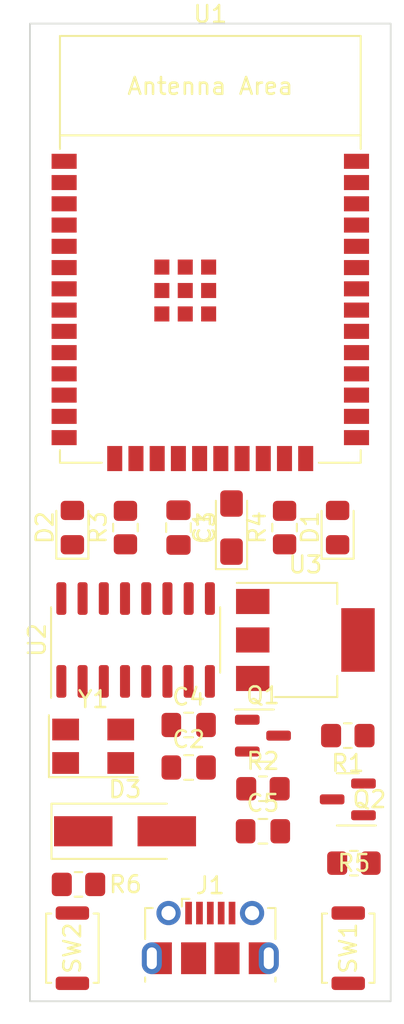
<source format=kicad_pcb>
(kicad_pcb (version 20211014) (generator pcbnew)
  (layers (0 "F.Cu" signal) (31 "B.Cu" signal) (34 "B.Paste" user) (35 "F.Paste" user) (36 "B.SilkS" user "B.Silkscreen") (37 "F.SilkS" user "F.Silkscreen") (38 "B.Mask" user) (39 "F.Mask" user) (44 "Edge.Cuts" user))
  (net 0 "")
  (net 1 "VBUS")
  (net 3 "Net-(J1-Pad2)")
  (net 4 "Net-(J1-Pad3)")
  (net 5 "GND")
  (net 6 "Net-(D3-Pad1)")
  (net 26 "GPIO2")
  (net 27 "/RX0")
  (net 36 "/TX0")
  (net 37 "Net-(C3-Pad1)")
  (net 45 "Net-(Q1-Pad1)")
  (net 46 "/RTS")
  (net 47 "EN")
  (net 48 "Net-(Q2-Pad1)")
  (net 49 "/DTR")
  (net 50 "GPIO0")
  (net 51 "+3.3V")
  (net 52 "Net-(C2-Pad1)")
  (net 53 "Net-(C4-Pad1)")
  (net 55 "Net-(D2-Pad2)")
  (net 56 "Net-(D1-Pad1)")
  (net 57 "3.3V")
  (footprint "Resistor_SMD:R_0805_2012Metric_Pad1.20x1.40mm_HandSolder" (layer "F.Cu") (at 159.36 157.48)
    (fp_text reference "R2" (at 0 -1.65) (layer "F.SilkS"))
    (fp_text value "10k")
    (fp_line (start -0.227064 -0.735) (end 0.227064 -0.735) (layer "F.SilkS") (width 0.12))
    (fp_line (start -0.227064 0.735) (end 0.227064 0.735) (layer "F.SilkS") (width 0.12))
    (pad "1" smd roundrect (at -1 0) (size 1.2 1.4) (layers "F.Cu" "F.Paste" "F.Mask") (roundrect_rratio 0.208333) (net 46 "/RTS"))
    (pad "2" smd roundrect (at 1 0) (size 1.2 1.4) (layers "F.Cu" "F.Paste" "F.Mask") (roundrect_rratio 0.208333) (net 48 "Net-(Q2-Pad1)"))
  )
  (footprint "Espressif:ESP32-WROOM-32E" (layer "F.Cu") (at 156.21 127)
    (fp_text reference "U1" (at 0 -15.8) (layer "F.SilkS"))
    (fp_text value "ESP32-WROOM-E")
    (fp_text user "Antenna Area" (at 0 -11.5) (layer "F.SilkS"))
    (fp_line (start -9 11) (end -8.25 11) (layer "F.SilkS") (width 0.12))
    (fp_line (start 9 11) (end 8.25 11) (layer "F.SilkS") (width 0.12))
    (fp_line (start 9 10.25) (end 9 11) (layer "F.SilkS") (width 0.12))
    (fp_line (start -9 -14.5) (end 9 -14.5) (layer "F.SilkS") (width 0.12))
    (fp_line (start 9 -8.56) (end -9 -8.56) (layer "F.SilkS") (width 0.12))
    (fp_line (start -9 10.25) (end -9 11) (layer "F.SilkS") (width 0.12))
    (fp_line (start -8.25 11) (end -6.5 11) (layer "F.SilkS") (width 0.12))
    (fp_line (start 8.25 11) (end 6.5 11) (layer "F.SilkS") (width 0.12))
    (fp_line (start 9 -14.5) (end 9 -7.75) (layer "F.SilkS") (width 0.12))
    (fp_line (start -9 -14.5) (end -9 -7.75) (layer "F.SilkS") (width 0.12))
    (pad "1" smd rect (at -8.75 -7.01) (size 1.5 0.9) (layers "F.Cu" "F.Paste" "F.Mask") (net 5 "GND"))
    (pad "2" smd rect (at -8.75 -5.74) (size 1.5 0.9) (layers "F.Cu" "F.Paste" "F.Mask") (net 51 "+3.3V"))
    (pad "3" smd rect (at -8.75 -4.47) (size 1.5 0.9) (layers "F.Cu" "F.Paste" "F.Mask") (net 47 "EN"))
    (pad "4" smd rect (at -8.75 -3.2) (size 1.5 0.9) (layers "F.Cu" "F.Paste" "F.Mask"))
    (pad "5" smd rect (at -8.75 -1.93) (size 1.5 0.9) (layers "F.Cu" "F.Paste" "F.Mask"))
    (pad "6" smd rect (at -8.75 -0.66) (size 1.5 0.9) (layers "F.Cu" "F.Paste" "F.Mask"))
    (pad "7" smd rect (at -8.75 0.61) (size 1.5 0.9) (layers "F.Cu" "F.Paste" "F.Mask"))
    (pad "8" smd rect (at -8.75 1.88) (size 1.5 0.9) (layers "F.Cu" "F.Paste" "F.Mask"))
    (pad "9" smd rect (at -8.75 3.15) (size 1.5 0.9) (layers "F.Cu" "F.Paste" "F.Mask"))
    (pad "10" smd rect (at -8.75 4.42) (size 1.5 0.9) (layers "F.Cu" "F.Paste" "F.Mask"))
    (pad "11" smd rect (at -8.75 5.69) (size 1.5 0.9) (layers "F.Cu" "F.Paste" "F.Mask"))
    (pad "12" smd rect (at -8.75 6.96) (size 1.5 0.9) (layers "F.Cu" "F.Paste" "F.Mask"))
    (pad "13" smd rect (at -8.75 8.23) (size 1.5 0.9) (layers "F.Cu" "F.Paste" "F.Mask"))
    (pad "14" smd rect (at -8.75 9.5) (size 1.5 0.9) (layers "F.Cu" "F.Paste" "F.Mask"))
    (pad "15" smd rect (at -5.72 10.75 90) (size 1.5 0.9) (layers "F.Cu" "F.Paste" "F.Mask") (net 5 "GND"))
    (pad "16" smd rect (at -4.45 10.75 90) (size 1.5 0.9) (layers "F.Cu" "F.Paste" "F.Mask"))
    (pad "17" smd rect (at -3.18 10.75 90) (size 1.5 0.9) (layers "F.Cu" "F.Paste" "F.Mask"))
    (pad "18" smd rect (at -1.91 10.75 90) (size 1.5 0.9) (layers "F.Cu" "F.Paste" "F.Mask"))
    (pad "19" smd rect (at -0.64 10.75 90) (size 1.5 0.9) (layers "F.Cu" "F.Paste" "F.Mask"))
    (pad "20" smd rect (at 0.63 10.75 90) (size 1.5 0.9) (layers "F.Cu" "F.Paste" "F.Mask"))
    (pad "21" smd rect (at 1.9 10.75 90) (size 1.5 0.9) (layers "F.Cu" "F.Paste" "F.Mask"))
    (pad "22" smd rect (at 3.17 10.75 90) (size 1.5 0.9) (layers "F.Cu" "F.Paste" "F.Mask"))
    (pad "23" smd rect (at 4.44 10.75 90) (size 1.5 0.9) (layers "F.Cu" "F.Paste" "F.Mask"))
    (pad "24" smd rect (at 5.71 10.75 90) (size 1.5 0.9) (layers "F.Cu" "F.Paste" "F.Mask") (net 26 "GPIO2"))
    (pad "25" smd rect (at 8.75 9.5 180) (size 1.5 0.9) (layers "F.Cu" "F.Paste" "F.Mask") (net 50 "GPIO0"))
    (pad "26" smd rect (at 8.75 8.23 180) (size 1.5 0.9) (layers "F.Cu" "F.Paste" "F.Mask"))
    (pad "27" smd rect (at 8.75 6.96 180) (size 1.5 0.9) (layers "F.Cu" "F.Paste" "F.Mask"))
    (pad "28" smd rect (at 8.75 5.69 180) (size 1.5 0.9) (layers "F.Cu" "F.Paste" "F.Mask"))
    (pad "29" smd rect (at 8.75 4.42 180) (size 1.5 0.9) (layers "F.Cu" "F.Paste" "F.Mask"))
    (pad "30" smd rect (at 8.75 3.15 180) (size 1.5 0.9) (layers "F.Cu" "F.Paste" "F.Mask"))
    (pad "31" smd rect (at 8.75 1.88 180) (size 1.5 0.9) (layers "F.Cu" "F.Paste" "F.Mask"))
    (pad "32" smd rect (at 8.75 0.61 180) (size 1.5 0.9) (layers "F.Cu" "F.Paste" "F.Mask"))
    (pad "33" smd rect (at 8.75 -0.66 180) (size 1.5 0.9) (layers "F.Cu" "F.Paste" "F.Mask"))
    (pad "34" smd rect (at 8.75 -1.93 180) (size 1.5 0.9) (layers "F.Cu" "F.Paste" "F.Mask") (net 27 "/RX0"))
    (pad "35" smd rect (at 8.75 -3.2 180) (size 1.5 0.9) (layers "F.Cu" "F.Paste" "F.Mask") (net 36 "/TX0"))
    (pad "36" smd rect (at 8.75 -4.47 180) (size 1.5 0.9) (layers "F.Cu" "F.Paste" "F.Mask"))
    (pad "37" smd rect (at 8.75 -5.74 180) (size 1.5 0.9) (layers "F.Cu" "F.Paste" "F.Mask"))
    (pad "38" smd rect (at 8.75 -7.01 180) (size 1.5 0.9) (layers "F.Cu" "F.Paste" "F.Mask") (net 5 "GND"))
    (pad "39" smd rect (at -2.9 -0.69 180) (size 0.9 0.9) (layers "F.Cu" "F.Paste" "F.Mask"))
    (pad "39" smd rect (at -2.9 2.11 180) (size 0.9 0.9) (layers "F.Cu" "F.Paste" "F.Mask"))
    (pad "39" smd rect (at -1.5 0.71 180) (size 0.9 0.9) (layers "F.Cu" "F.Paste" "F.Mask"))
    (pad "39" smd rect (at -0.1 0.71 180) (size 0.9 0.9) (layers "F.Cu" "F.Paste" "F.Mask"))
    (pad "39" smd rect (at -2.9 0.71 180) (size 0.9 0.9) (layers "F.Cu" "F.Paste" "F.Mask"))
    (pad "39" smd rect (at -1.5 2.11 180) (size 0.9 0.9) (layers "F.Cu" "F.Paste" "F.Mask"))
    (pad "39" smd rect (at -0.1 -0.69 180) (size 0.9 0.9) (layers "F.Cu" "F.Paste" "F.Mask"))
    (pad "39" smd rect (at -0.1 2.11 180) (size 0.9 0.9) (layers "F.Cu" "F.Paste" "F.Mask"))
    (pad "39" smd rect (at -1.5 -0.69 180) (size 0.9 0.9) (layers "F.Cu" "F.Paste" "F.Mask"))
  )
  (footprint "LED_SMD:LED_0805_2012Metric_Pad1.15x1.40mm_HandSolder" (layer "F.Cu") (at 163.83 141.875 90)
    (fp_text reference "D1" (at 0 -1.65 90) (layer "F.SilkS"))
    (fp_text value "BLUE LED")
    (fp_line (start 1 -0.96) (end -1.86 -0.96) (layer "F.SilkS") (width 0.12))
    (fp_line (start -1.86 0.96) (end 1 0.96) (layer "F.SilkS") (width 0.12))
    (fp_line (start -1.86 -0.96) (end -1.86 0.96) (layer "F.SilkS") (width 0.12))
    (pad "1" smd roundrect (at -1.025 0 90) (size 1.15 1.4) (layers "F.Cu" "F.Paste" "F.Mask") (roundrect_rratio 0.217391) (net 56 "Net-(D1-Pad1)"))
    (pad "2" smd roundrect (at 1.025 0 90) (size 1.15 1.4) (layers "F.Cu" "F.Paste" "F.Mask") (roundrect_rratio 0.217391) (net 26 "GPIO2"))
  )
  (footprint "Crystal:Crystal_SMD_5032-4Pin_5.0x3.2mm" (layer "F.Cu") (at 149.2 154.94)
    (fp_text reference "Y1" (at 0 -2.8) (layer "F.SilkS"))
    (fp_text value "Crystal_GND24")
    (fp_line (start -2.65 1.85) (end 2.65 1.85) (layer "F.SilkS") (width 0.12))
    (fp_line (start -2.65 -1.85) (end -2.65 1.85) (layer "F.SilkS") (width 0.12))
    (pad "1" smd rect (at -1.65 1) (size 1.6 1.3) (layers "F.Cu" "F.Paste" "F.Mask") (net 52 "Net-(C2-Pad1)"))
    (pad "2" smd rect (at 1.65 1) (size 1.6 1.3) (layers "F.Cu" "F.Paste" "F.Mask") (net 5 "GND"))
    (pad "3" smd rect (at 1.65 -1) (size 1.6 1.3) (layers "F.Cu" "F.Paste" "F.Mask") (net 53 "Net-(C4-Pad1)"))
    (pad "4" smd rect (at -1.65 -1) (size 1.6 1.3) (layers "F.Cu" "F.Paste" "F.Mask") (net 5 "GND"))
  )
  (footprint "Button_Switch_SMD:SW_Push_SPST_NO_Alps_SKRK" (layer "F.Cu") (at 147.955 167.005 90)
    (fp_text reference "SW2" (at 0 0 90) (layer "F.SilkS"))
    (fp_text value "FLASH")
    (fp_line (start -2.07 -1.27) (end -2.07 -1.57) (layer "F.SilkS") (width 0.12))
    (fp_line (start 2.07 1.27) (end 2.07 1.57) (layer "F.SilkS") (width 0.12))
    (fp_line (start 2.07 1.57) (end -2.07 1.57) (layer "F.SilkS") (width 0.12))
    (fp_line (start -2.07 -1.57) (end 2.07 -1.57) (layer "F.SilkS") (width 0.12))
    (fp_line (start 2.07 -1.57) (end 2.07 -1.27) (layer "F.SilkS") (width 0.12))
    (fp_line (start -2.07 1.57) (end -2.07 1.27) (layer "F.SilkS") (width 0.12))
    (pad "1" smd roundrect (at -2.1 0 90) (size 0.8 2) (layers "F.Cu" "F.Paste" "F.Mask") (net 5 "GND"))
    (pad "2" smd roundrect (at 2.1 0 90) (size 0.8 2) (layers "F.Cu" "F.Paste" "F.Mask") (net 50 "GPIO0"))
  )
  (footprint "LED_SMD:LED_0805_2012Metric_Pad1.15x1.40mm_HandSolder" (layer "F.Cu") (at 147.955 141.875 90)
    (fp_text reference "D2" (at 0 -1.65 90) (layer "F.SilkS"))
    (fp_text value "RED LED")
    (fp_line (start -1.86 -0.96) (end -1.86 0.96) (layer "F.SilkS") (width 0.12))
    (fp_line (start 1 -0.96) (end -1.86 -0.96) (layer "F.SilkS") (width 0.12))
    (fp_line (start -1.86 0.96) (end 1 0.96) (layer "F.SilkS") (width 0.12))
    (pad "1" smd roundrect (at -1.025 0 90) (size 1.15 1.4) (layers "F.Cu" "F.Paste" "F.Mask") (roundrect_rratio 0.217391) (net 5 "GND"))
    (pad "2" smd roundrect (at 1.025 0 90) (size 1.15 1.4) (layers "F.Cu" "F.Paste" "F.Mask") (roundrect_rratio 0.217391) (net 55 "Net-(D2-Pad2)"))
  )
  (footprint "Connector_USB:USB_Micro-B_Molex-105017-0001" (layer "F.Cu") (at 156.21 166.37)
    (fp_text reference "J1" (at 0 -3.1125) (layer "F.SilkS"))
    (fp_text value "USB_B_Micro")
    (fp_line (start -1.7 -2.3125) (end -1.7 -1.8625) (layer "F.SilkS") (width 0.12))
    (fp_line (start -3.9 0.0875) (end -3.9 -1.7625) (layer "F.SilkS") (width 0.12))
    (fp_line (start -3.9 -1.7625) (end -3.45 -1.7625) (layer "F.SilkS") (width 0.12))
    (fp_line (start 3.9 2.6375) (end 3.9 2.3875) (layer "F.SilkS") (width 0.12))
    (fp_line (start -1.7 -2.3125) (end -1.25 -2.3125) (layer "F.SilkS") (width 0.12))
    (fp_line (start -3.9 2.6375) (end -3.9 2.3875) (layer "F.SilkS") (width 0.12))
    (fp_line (start 3.9 -1.7625) (end 3.45 -1.7625) (layer "F.SilkS") (width 0.12))
    (fp_line (start 3.9 0.0875) (end 3.9 -1.7625) (layer "F.SilkS") (width 0.12))
    (pad "1" smd rect (at -1.3 -1.4625) (size 0.4 1.35) (layers "F.Cu" "F.Paste" "F.Mask") (net 1 "VBUS"))
    (pad "2" smd rect (at -0.65 -1.4625) (size 0.4 1.35) (layers "F.Cu" "F.Paste" "F.Mask") (net 3 "Net-(J1-Pad2)"))
    (pad "3" smd rect (at 0 -1.4625) (size 0.4 1.35) (layers "F.Cu" "F.Paste" "F.Mask") (net 4 "Net-(J1-Pad3)"))
    (pad "4" smd rect (at 0.65 -1.4625) (size 0.4 1.35) (layers "F.Cu" "F.Paste" "F.Mask"))
    (pad "5" smd rect (at 1.3 -1.4625) (size 0.4 1.35) (layers "F.Cu" "F.Paste" "F.Mask") (net 5 "GND"))
    (pad "6" smd rect (at -1 1.2375) (size 1.5 1.9) (layers "F.Cu" "F.Paste" "F.Mask"))
    (pad "6" thru_hole circle (at 2.5 -1.4625) (size 1.45 1.45) (drill 0.85) (layers *.Cu *.Mask))
    (pad "6" thru_hole circle (at -2.5 -1.4625) (size 1.45 1.45) (drill 0.85) (layers *.Cu *.Mask))
    (pad "6" thru_hole oval (at 3.5 1.2375) (size 1.2 1.9) (drill oval 0.6 1.3) (layers *.Cu *.Mask))
    (pad "6" thru_hole oval (at -3.5 1.2375 180) (size 1.2 1.9) (drill oval 0.6 1.3) (layers *.Cu *.Mask))
    (pad "6" smd rect (at -2.9 1.2375) (size 1.2 1.9) (layers "F.Cu" "F.Mask"))
    (pad "6" smd rect (at 1 1.2375) (size 1.5 1.9) (layers "F.Cu" "F.Paste" "F.Mask"))
    (pad "6" smd rect (at 2.9 1.2375) (size 1.2 1.9) (layers "F.Cu" "F.Mask"))
  )
  (footprint "Resistor_SMD:R_0805_2012Metric_Pad1.20x1.40mm_HandSolder" (layer "F.Cu") (at 160.655 141.875 90)
    (fp_text reference "R4" (at 0 -1.65 90) (layer "F.SilkS"))
    (fp_text value "1K")
    (fp_line (start -0.227064 -0.735) (end 0.227064 -0.735) (layer "F.SilkS") (width 0.12))
    (fp_line (start -0.227064 0.735) (end 0.227064 0.735) (layer "F.SilkS") (width 0.12))
    (pad "1" smd roundrect (at -1 0 90) (size 1.2 1.4) (layers "F.Cu" "F.Paste" "F.Mask") (roundrect_rratio 0.208333) (net 56 "Net-(D1-Pad1)"))
    (pad "2" smd roundrect (at 1 0 90) (size 1.2 1.4) (layers "F.Cu" "F.Paste" "F.Mask") (roundrect_rratio 0.208333) (net 5 "GND"))
  )
  (footprint "Resistor_SMD:R_0805_2012Metric_Pad1.20x1.40mm_HandSolder" (layer "F.Cu") (at 148.32 163.195 180)
    (fp_text reference "R6" (at -2.81 0) (layer "F.SilkS"))
    (fp_text value "10k")
    (fp_line (start -0.227064 0.735) (end 0.227064 0.735) (layer "F.SilkS") (width 0.12))
    (fp_line (start -0.227064 -0.735) (end 0.227064 -0.735) (layer "F.SilkS") (width 0.12))
    (pad "1" smd roundrect (at -1 0 180) (size 1.2 1.4) (layers "F.Cu" "F.Paste" "F.Mask") (roundrect_rratio 0.208333) (net 50 "GPIO0"))
    (pad "2" smd roundrect (at 1 0 180) (size 1.2 1.4) (layers "F.Cu" "F.Paste" "F.Mask") (roundrect_rratio 0.208333) (net 57 "3.3V"))
  )
  (footprint "Package_SO:SOIC-16_3.9x9.9mm_P1.27mm" (layer "F.Cu") (at 151.74 148.59 90)
    (fp_text reference "U2" (at 0 -5.9 90) (layer "F.SilkS"))
    (fp_text value "CH340G")
    (fp_line (start 0 5.06) (end -1.95 5.06) (layer "F.SilkS") (width 0.12))
    (fp_line (start 0 -5.06) (end 1.95 -5.06) (layer "F.SilkS") (width 0.12))
    (fp_line (start 0 -5.06) (end -3.45 -5.06) (layer "F.SilkS") (width 0.12))
    (fp_line (start 0 5.06) (end 1.95 5.06) (layer "F.SilkS") (width 0.12))
    (pad "1" smd roundrect (at -2.475 -4.445 90) (size 1.95 0.6) (layers "F.Cu" "F.Paste" "F.Mask") (net 5 "GND"))
    (pad "2" smd roundrect (at -2.475 -3.175 90) (size 1.95 0.6) (layers "F.Cu" "F.Paste" "F.Mask") (net 36 "/TX0"))
    (pad "3" smd roundrect (at -2.475 -1.905 90) (size 1.95 0.6) (layers "F.Cu" "F.Paste" "F.Mask") (net 27 "/RX0"))
    (pad "4" smd roundrect (at -2.475 -0.635 90) (size 1.95 0.6) (layers "F.Cu" "F.Paste" "F.Mask") (net 37 "Net-(C3-Pad1)"))
    (pad "5" smd roundrect (at -2.475 0.635 90) (size 1.95 0.6) (layers "F.Cu" "F.Paste" "F.Mask") (net 4 "Net-(J1-Pad3)"))
    (pad "6" smd roundrect (at -2.475 1.905 90) (size 1.95 0.6) (layers "F.Cu" "F.Paste" "F.Mask") (net 3 "Net-(J1-Pad2)"))
    (pad "7" smd roundrect (at -2.475 3.175 90) (size 1.95 0.6) (layers "F.Cu" "F.Paste" "F.Mask") (net 52 "Net-(C2-Pad1)"))
    (pad "8" smd roundrect (at -2.475 4.445 90) (size 1.95 0.6) (layers "F.Cu" "F.Paste" "F.Mask") (net 53 "Net-(C4-Pad1)"))
    (pad "9" smd roundrect (at 2.475 4.445 90) (size 1.95 0.6) (layers "F.Cu" "F.Paste" "F.Mask"))
    (pad "10" smd roundrect (at 2.475 3.175 90) (size 1.95 0.6) (layers "F.Cu" "F.Paste" "F.Mask"))
    (pad "11" smd roundrect (at 2.475 1.905 90) (size 1.95 0.6) (layers "F.Cu" "F.Paste" "F.Mask"))
    (pad "12" smd roundrect (at 2.475 0.635 90) (size 1.95 0.6) (layers "F.Cu" "F.Paste" "F.Mask"))
    (pad "13" smd roundrect (at 2.475 -0.635 90) (size 1.95 0.6) (layers "F.Cu" "F.Paste" "F.Mask") (net 49 "/DTR"))
    (pad "14" smd roundrect (at 2.475 -1.905 90) (size 1.95 0.6) (layers "F.Cu" "F.Paste" "F.Mask") (net 46 "/RTS"))
    (pad "15" smd roundrect (at 2.475 -3.175 90) (size 1.95 0.6) (layers "F.Cu" "F.Paste" "F.Mask"))
    (pad "16" smd roundrect (at 2.475 -4.445 90) (size 1.95 0.6) (layers "F.Cu" "F.Paste" "F.Mask") (net 6 "Net-(D3-Pad1)"))
  )
  (footprint "Capacitor_SMD:C_0805_2012Metric_Pad1.18x1.45mm_HandSolder" (layer "F.Cu") (at 154.305 141.875 -90)
    (fp_text reference "C3" (at 0 -1.68 -270) (layer "F.SilkS"))
    (fp_text value "100nF")
    (fp_line (start -0.261252 0.735) (end 0.261252 0.735) (layer "F.SilkS") (width 0.12))
    (fp_line (start -0.261252 -0.735) (end 0.261252 -0.735) (layer "F.SilkS") (width 0.12))
    (pad "1" smd roundrect (at -1.0375 0 270) (size 1.175 1.45) (layers "F.Cu" "F.Paste" "F.Mask") (roundrect_rratio 0.212766) (net 37 "Net-(C3-Pad1)"))
    (pad "2" smd roundrect (at 1.0375 0 270) (size 1.175 1.45) (layers "F.Cu" "F.Paste" "F.Mask") (roundrect_rratio 0.212766) (net 5 "GND"))
  )
  (footprint "Capacitor_SMD:C_0805_2012Metric_Pad1.18x1.45mm_HandSolder" (layer "F.Cu") (at 154.915 153.67)
    (fp_text reference "C4" (at 0 -1.68) (layer "F.SilkS"))
    (fp_text value "20pF")
    (fp_line (start -0.261252 0.735) (end 0.261252 0.735) (layer "F.SilkS") (width 0.12))
    (fp_line (start -0.261252 -0.735) (end 0.261252 -0.735) (layer "F.SilkS") (width 0.12))
    (pad "1" smd roundrect (at -1.0375 0) (size 1.175 1.45) (layers "F.Cu" "F.Paste" "F.Mask") (roundrect_rratio 0.212766) (net 53 "Net-(C4-Pad1)"))
    (pad "2" smd roundrect (at 1.0375 0) (size 1.175 1.45) (layers "F.Cu" "F.Paste" "F.Mask") (roundrect_rratio 0.212766) (net 5 "GND"))
  )
  (footprint "Package_TO_SOT_SMD:SOT-23" (layer "F.Cu") (at 159.36 154.305)
    (fp_text reference "Q1" (at 0 -2.4) (layer "F.SilkS"))
    (fp_text value "BC847")
    (fp_line (start 0 -1.56) (end 0.65 -1.56) (layer "F.SilkS") (width 0.12))
    (fp_line (start 0 1.56) (end 0.65 1.56) (layer "F.SilkS") (width 0.12))
    (fp_line (start 0 -1.56) (end -1.675 -1.56) (layer "F.SilkS") (width 0.12))
    (fp_line (start 0 1.56) (end -0.65 1.56) (layer "F.SilkS") (width 0.12))
    (pad "1" smd roundrect (at -0.9375 -0.95) (size 1.475 0.6) (layers "F.Cu" "F.Paste" "F.Mask") (net 45 "Net-(Q1-Pad1)"))
    (pad "2" smd roundrect (at -0.9375 0.95) (size 1.475 0.6) (layers "F.Cu" "F.Paste" "F.Mask") (net 46 "/RTS"))
    (pad "3" smd roundrect (at 0.9375 0) (size 1.475 0.6) (layers "F.Cu" "F.Paste" "F.Mask") (net 47 "EN"))
  )
  (footprint "Resistor_SMD:R_0805_2012Metric_Pad1.20x1.40mm_HandSolder" (layer "F.Cu") (at 164.44 154.305 180)
    (fp_text reference "R1" (at 0 -1.65) (layer "F.SilkS"))
    (fp_text value "10k")
    (fp_line (start -0.227064 -0.735) (end 0.227064 -0.735) (layer "F.SilkS") (width 0.12))
    (fp_line (start -0.227064 0.735) (end 0.227064 0.735) (layer "F.SilkS") (width 0.12))
    (pad "1" smd roundrect (at -1 0 180) (size 1.2 1.4) (layers "F.Cu" "F.Paste" "F.Mask") (roundrect_rratio 0.208333) (net 49 "/DTR"))
    (pad "2" smd roundrect (at 1 0 180) (size 1.2 1.4) (layers "F.Cu" "F.Paste" "F.Mask") (roundrect_rratio 0.208333) (net 45 "Net-(Q1-Pad1)"))
  )
  (footprint "Resistor_SMD:R_0805_2012Metric_Pad1.20x1.40mm_HandSolder" (layer "F.Cu") (at 164.805 161.925)
    (fp_text reference "R5" (at 0 0) (layer "F.SilkS"))
    (fp_text value "10k")
    (fp_line (start -0.227064 0.735) (end 0.227064 0.735) (layer "F.SilkS") (width 0.12))
    (fp_line (start -0.227064 -0.735) (end 0.227064 -0.735) (layer "F.SilkS") (width 0.12))
    (pad "1" smd roundrect (at -1 0) (size 1.2 1.4) (layers "F.Cu" "F.Paste" "F.Mask") (roundrect_rratio 0.208333) (net 47 "EN"))
    (pad "2" smd roundrect (at 1 0) (size 1.2 1.4) (layers "F.Cu" "F.Paste" "F.Mask") (roundrect_rratio 0.208333) (net 57 "3.3V"))
  )
  (footprint "Diode_SMD:D_SMA_Handsoldering" (layer "F.Cu") (at 151.105 160.02)
    (fp_text reference "D3" (at 0 -2.5) (layer "F.SilkS"))
    (fp_text value "D_Schottky")
    (fp_line (start -4.4 1.65) (end 2.5 1.65) (layer "F.SilkS") (width 0.12))
    (fp_line (start -4.4 -1.65) (end -4.4 1.65) (layer "F.SilkS") (width 0.12))
    (fp_line (start -4.4 -1.65) (end 2.5 -1.65) (layer "F.SilkS") (width 0.12))
    (pad "1" smd rect (at -2.5 0) (size 3.5 1.8) (layers "F.Cu" "F.Paste" "F.Mask") (net 6 "Net-(D3-Pad1)"))
    (pad "2" smd rect (at 2.5 0) (size 3.5 1.8) (layers "F.Cu" "F.Paste" "F.Mask") (net 1 "VBUS"))
  )
  (footprint "Capacitor_SMD:C_0805_2012Metric_Pad1.18x1.45mm_HandSolder" (layer "F.Cu") (at 159.36 160.02)
    (fp_text reference "C5" (at 0 -1.68) (layer "F.SilkS"))
    (fp_text value "10uF")
    (fp_line (start -0.261252 -0.735) (end 0.261252 -0.735) (layer "F.SilkS") (width 0.12))
    (fp_line (start -0.261252 0.735) (end 0.261252 0.735) (layer "F.SilkS") (width 0.12))
    (pad "1" smd roundrect (at -1.0375 0) (size 1.175 1.45) (layers "F.Cu" "F.Paste" "F.Mask") (roundrect_rratio 0.212766) (net 1 "VBUS"))
    (pad "2" smd roundrect (at 1.0375 0) (size 1.175 1.45) (layers "F.Cu" "F.Paste" "F.Mask") (roundrect_rratio 0.212766) (net 5 "GND"))
  )
  (footprint "Capacitor_Tantalum_SMD:CP_EIA-3216-10_Kemet-I_Pad1.58x1.35mm_HandSolder" (layer "F.Cu") (at 157.48 141.875 90)
    (fp_text reference "C1" (at 0 -1.75 90) (layer "F.SilkS"))
    (fp_text value "10uF")
    (fp_line (start 1.6 -0.935) (end -2.485 -0.935) (layer "F.SilkS") (width 0.12))
    (fp_line (start -2.485 0.935) (end 1.6 0.935) (layer "F.SilkS") (width 0.12))
    (fp_line (start -2.485 -0.935) (end -2.485 0.935) (layer "F.SilkS") (width 0.12))
    (pad "1" smd roundrect (at -1.4375 0 90) (size 1.575 1.35) (layers "F.Cu" "F.Paste" "F.Mask") (roundrect_rratio 0.185185) (net 57 "3.3V"))
    (pad "2" smd roundrect (at 1.4375 0 90) (size 1.575 1.35) (layers "F.Cu" "F.Paste" "F.Mask") (roundrect_rratio 0.185185) (net 5 "GND"))
  )
  (footprint "Package_TO_SOT_SMD:SOT-23" (layer "F.Cu") (at 164.44 158.115 180)
    (fp_text reference "Q2" (at -1.295 0) (layer "F.SilkS"))
    (fp_text value "BC847")
    (fp_line (start 0 1.56) (end -0.65 1.56) (layer "F.SilkS") (width 0.12))
    (fp_line (start 0 1.56) (end 0.65 1.56) (layer "F.SilkS") (width 0.12))
    (fp_line (start 0 -1.56) (end -1.675 -1.56) (layer "F.SilkS") (width 0.12))
    (fp_line (start 0 -1.56) (end 0.65 -1.56) (layer "F.SilkS") (width 0.12))
    (pad "1" smd roundrect (at -0.9375 -0.95 180) (size 1.475 0.6) (layers "F.Cu" "F.Paste" "F.Mask") (net 48 "Net-(Q2-Pad1)"))
    (pad "2" smd roundrect (at -0.9375 0.95 180) (size 1.475 0.6) (layers "F.Cu" "F.Paste" "F.Mask") (net 49 "/DTR"))
    (pad "3" smd roundrect (at 0.9375 0 180) (size 1.475 0.6) (layers "F.Cu" "F.Paste" "F.Mask") (net 50 "GPIO0"))
  )
  (footprint "Button_Switch_SMD:SW_Push_SPST_NO_Alps_SKRK" (layer "F.Cu") (at 164.465 167.005 90)
    (fp_text reference "SW1" (at 0 0 90) (layer "F.SilkS"))
    (fp_text value "RESET")
    (fp_line (start -2.07 1.57) (end -2.07 1.27) (layer "F.SilkS") (width 0.12))
    (fp_line (start 2.07 1.57) (end -2.07 1.57) (layer "F.SilkS") (width 0.12))
    (fp_line (start -2.07 -1.57) (end 2.07 -1.57) (layer "F.SilkS") (width 0.12))
    (fp_line (start -2.07 -1.27) (end -2.07 -1.57) (layer "F.SilkS") (width 0.12))
    (fp_line (start 2.07 1.27) (end 2.07 1.57) (layer "F.SilkS") (width 0.12))
    (fp_line (start 2.07 -1.57) (end 2.07 -1.27) (layer "F.SilkS") (width 0.12))
    (pad "1" smd roundrect (at -2.1 0 90) (size 0.8 2) (layers "F.Cu" "F.Paste" "F.Mask") (net 5 "GND"))
    (pad "2" smd roundrect (at 2.1 0 90) (size 0.8 2) (layers "F.Cu" "F.Paste" "F.Mask") (net 47 "EN"))
  )
  (footprint "Capacitor_SMD:C_0805_2012Metric_Pad1.18x1.45mm_HandSolder" (layer "F.Cu") (at 154.915 156.21)
    (fp_text reference "C2" (at 0 -1.68) (layer "F.SilkS"))
    (fp_text value "20pF")
    (fp_line (start -0.261252 -0.735) (end 0.261252 -0.735) (layer "F.SilkS") (width 0.12))
    (fp_line (start -0.261252 0.735) (end 0.261252 0.735) (layer "F.SilkS") (width 0.12))
    (pad "1" smd roundrect (at -1.0375 0) (size 1.175 1.45) (layers "F.Cu" "F.Paste" "F.Mask") (roundrect_rratio 0.212766) (net 52 "Net-(C2-Pad1)"))
    (pad "2" smd roundrect (at 1.0375 0) (size 1.175 1.45) (layers "F.Cu" "F.Paste" "F.Mask") (roundrect_rratio 0.212766) (net 5 "GND"))
  )
  (footprint "Package_TO_SOT_SMD:SOT-223-3_TabPin2" (layer "F.Cu") (at 161.9 148.59)
    (fp_text reference "U3" (at 0 -4.5) (layer "F.SilkS"))
    (fp_text value "AMS1117-3.3")
    (fp_line (start -4.1 -3.41) (end 1.91 -3.41) (layer "F.SilkS") (width 0.12))
    (fp_line (start 1.91 3.41) (end 1.91 2.15) (layer "F.SilkS") (width 0.12))
    (fp_line (start -1.85 3.41) (end 1.91 3.41) (layer "F.SilkS") (width 0.12))
    (fp_line (start 1.91 -3.41) (end 1.91 -2.15) (layer "F.SilkS") (width 0.12))
    (pad "1" smd rect (at -3.15 -2.3) (size 2 1.5) (layers "F.Cu" "F.Paste" "F.Mask") (net 5 "GND"))
    (pad "2" smd rect (at 3.15 0) (size 2 3.8) (layers "F.Cu" "F.Paste" "F.Mask") (net 57 "3.3V"))
    (pad "2" smd rect (at -3.15 0) (size 2 1.5) (layers "F.Cu" "F.Paste" "F.Mask") (net 57 "3.3V"))
    (pad "3" smd rect (at -3.15 2.3) (size 2 1.5) (layers "F.Cu" "F.Paste" "F.Mask") (net 1 "VBUS"))
  )
  (footprint "Resistor_SMD:R_0805_2012Metric_Pad1.20x1.40mm_HandSolder" (layer "F.Cu") (at 151.13 141.875 90)
    (fp_text reference "R3" (at 0 -1.65 90) (layer "F.SilkS"))
    (fp_text value "1K")
    (fp_line (start -0.227064 -0.735) (end 0.227064 -0.735) (layer "F.SilkS") (width 0.12))
    (fp_line (start -0.227064 0.735) (end 0.227064 0.735) (layer "F.SilkS") (width 0.12))
    (pad "1" smd roundrect (at -1 0 90) (size 1.2 1.4) (layers "F.Cu" "F.Paste" "F.Mask") (roundrect_rratio 0.208333) (net 51 "+3.3V"))
    (pad "2" smd roundrect (at 1 0 90) (size 1.2 1.4) (layers "F.Cu" "F.Paste" "F.Mask") (roundrect_rratio 0.208333) (net 55 "Net-(D2-Pad2)"))
  )
  (gr_rect (start 145.415 111.76) (end 167.005 170.18) (layer "Edge.Cuts") (width 0.1) (fill none))
)
</source>
